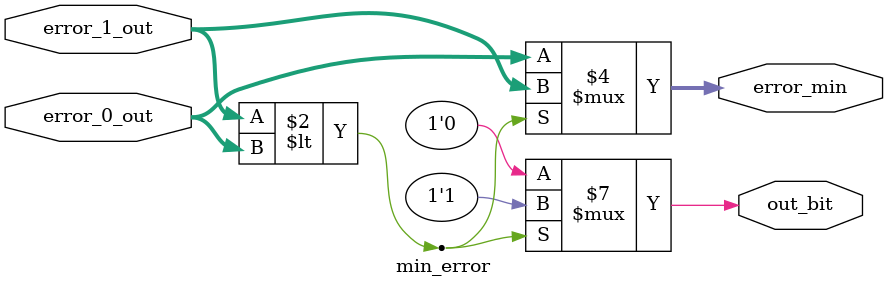
<source format=v>
`timescale 1ns/1ns
module min_error #(parameter m = 6)(input [m:0]error_0_out, input [m:0]error_1_out, output reg [m:0]error_min, output reg out_bit);

always @(*) begin
	if(error_1_out < error_0_out) begin
		out_bit = 1'b1;
		error_min = error_1_out;
	end
	else begin
		out_bit = 1'b0;
		error_min = error_0_out;
	end
end

endmodule

</source>
